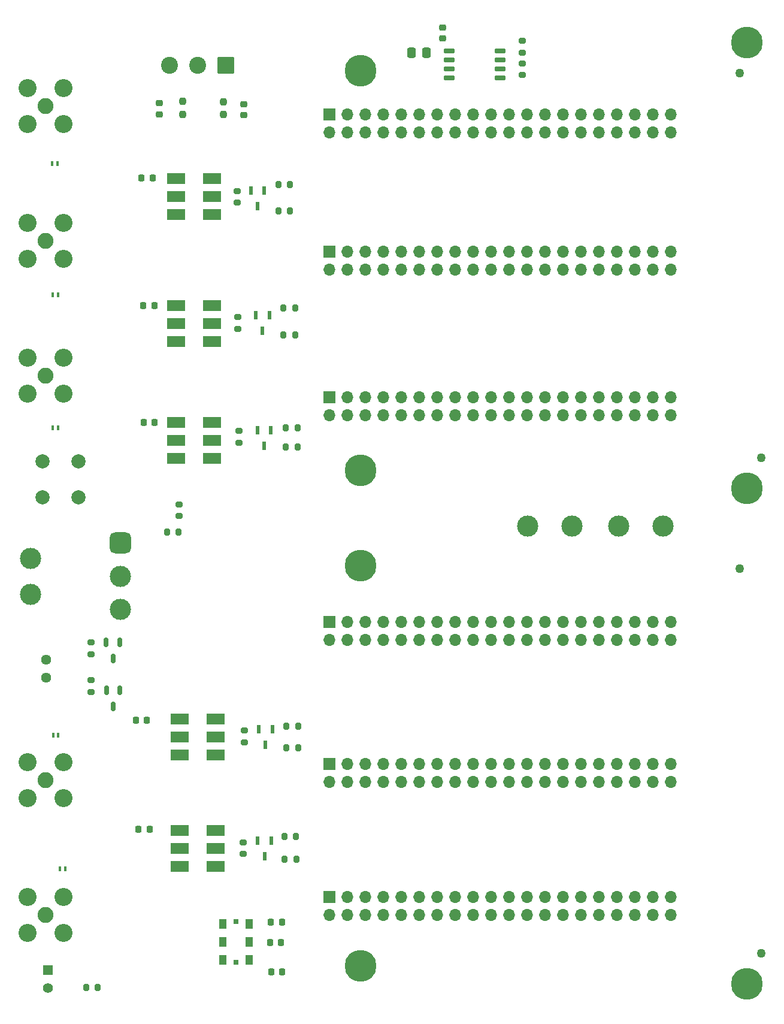
<source format=gbr>
%TF.GenerationSoftware,KiCad,Pcbnew,7.0.10-7.0.10~ubuntu22.04.1*%
%TF.CreationDate,2024-03-14T13:40:30-04:00*%
%TF.ProjectId,dioBreakOutBoard,64696f42-7265-4616-9b4f-7574426f6172,rev?*%
%TF.SameCoordinates,Original*%
%TF.FileFunction,Soldermask,Bot*%
%TF.FilePolarity,Negative*%
%FSLAX46Y46*%
G04 Gerber Fmt 4.6, Leading zero omitted, Abs format (unit mm)*
G04 Created by KiCad (PCBNEW 7.0.10-7.0.10~ubuntu22.04.1) date 2024-03-14 13:40:30*
%MOMM*%
%LPD*%
G01*
G04 APERTURE LIST*
G04 Aperture macros list*
%AMRoundRect*
0 Rectangle with rounded corners*
0 $1 Rounding radius*
0 $2 $3 $4 $5 $6 $7 $8 $9 X,Y pos of 4 corners*
0 Add a 4 corners polygon primitive as box body*
4,1,4,$2,$3,$4,$5,$6,$7,$8,$9,$2,$3,0*
0 Add four circle primitives for the rounded corners*
1,1,$1+$1,$2,$3*
1,1,$1+$1,$4,$5*
1,1,$1+$1,$6,$7*
1,1,$1+$1,$8,$9*
0 Add four rect primitives between the rounded corners*
20,1,$1+$1,$2,$3,$4,$5,0*
20,1,$1+$1,$4,$5,$6,$7,0*
20,1,$1+$1,$6,$7,$8,$9,0*
20,1,$1+$1,$8,$9,$2,$3,0*%
G04 Aperture macros list end*
%ADD10C,3.000000*%
%ADD11C,3.100000*%
%ADD12C,4.500000*%
%ADD13C,1.270000*%
%ADD14R,0.600000X1.250000*%
%ADD15RoundRect,0.200000X-0.200000X-0.275000X0.200000X-0.275000X0.200000X0.275000X-0.200000X0.275000X0*%
%ADD16R,2.540000X1.650000*%
%ADD17RoundRect,0.200000X0.275000X-0.200000X0.275000X0.200000X-0.275000X0.200000X-0.275000X-0.200000X0*%
%ADD18RoundRect,0.150000X-0.150000X0.512500X-0.150000X-0.512500X0.150000X-0.512500X0.150000X0.512500X0*%
%ADD19RoundRect,0.200000X0.200000X0.275000X-0.200000X0.275000X-0.200000X-0.275000X0.200000X-0.275000X0*%
%ADD20RoundRect,0.200000X-0.275000X0.200000X-0.275000X-0.200000X0.275000X-0.200000X0.275000X0.200000X0*%
%ADD21R,1.700000X1.700000*%
%ADD22O,1.700000X1.700000*%
%ADD23R,0.400000X0.700000*%
%ADD24RoundRect,0.225000X-0.225000X-0.250000X0.225000X-0.250000X0.225000X0.250000X-0.225000X0.250000X0*%
%ADD25R,1.000000X1.400000*%
%ADD26R,0.800001X0.800001*%
%ADD27C,2.250000*%
%ADD28C,2.550000*%
%ADD29R,1.397000X1.397000*%
%ADD30C,1.397000*%
%ADD31C,1.440000*%
%ADD32RoundRect,0.218750X-0.256250X0.218750X-0.256250X-0.218750X0.256250X-0.218750X0.256250X0.218750X0*%
%ADD33C,2.000000*%
%ADD34RoundRect,0.150000X0.650000X0.150000X-0.650000X0.150000X-0.650000X-0.150000X0.650000X-0.150000X0*%
%ADD35RoundRect,0.250001X0.949999X0.949999X-0.949999X0.949999X-0.949999X-0.949999X0.949999X-0.949999X0*%
%ADD36C,2.400000*%
%ADD37RoundRect,0.250000X-0.337500X-0.475000X0.337500X-0.475000X0.337500X0.475000X-0.337500X0.475000X0*%
%ADD38RoundRect,0.750000X-0.750000X-0.750000X0.750000X-0.750000X0.750000X0.750000X-0.750000X0.750000X0*%
%ADD39RoundRect,0.237500X-0.237500X0.250000X-0.237500X-0.250000X0.237500X-0.250000X0.237500X0.250000X0*%
%ADD40RoundRect,0.225000X-0.250000X0.225000X-0.250000X-0.225000X0.250000X-0.225000X0.250000X0.225000X0*%
%ADD41RoundRect,0.225000X0.225000X0.250000X-0.225000X0.250000X-0.225000X-0.250000X0.225000X-0.250000X0*%
G04 APERTURE END LIST*
D10*
%TO.C,TP4*%
X199400000Y-91100000D03*
%TD*%
D11*
%TO.C,H2*%
X230400000Y-22750000D03*
D12*
X230400000Y-22750000D03*
%TD*%
D11*
%TO.C,H1*%
X175800000Y-26700000D03*
D12*
X175800000Y-26700000D03*
%TD*%
D10*
%TO.C,TP2*%
X205650000Y-91050000D03*
%TD*%
D13*
%TO.C,J2*%
X232400000Y-81460000D03*
X229350000Y-27080000D03*
%TD*%
D11*
%TO.C,H5*%
X175800000Y-153250000D03*
D12*
X175800000Y-153250000D03*
%TD*%
D11*
%TO.C,H4*%
X230400000Y-85750000D03*
D12*
X230400000Y-85750000D03*
%TD*%
D10*
%TO.C,TP3*%
X218550000Y-91100000D03*
%TD*%
D11*
%TO.C,H7*%
X175800000Y-96700000D03*
D12*
X175800000Y-96700000D03*
%TD*%
D11*
%TO.C,H6*%
X230400000Y-155750000D03*
D12*
X230400000Y-155750000D03*
%TD*%
D13*
%TO.C,P1*%
X232400000Y-151450000D03*
X229350000Y-97070000D03*
%TD*%
D11*
%TO.C,H3*%
X175800000Y-83250000D03*
D12*
X175800000Y-83250000D03*
%TD*%
D10*
%TO.C,TP1*%
X212300000Y-91100000D03*
%TD*%
D14*
%TO.C,D12*%
X161249826Y-135532200D03*
X163149826Y-135532200D03*
X162199826Y-137732200D03*
%TD*%
D15*
%TO.C,R21*%
X164995026Y-134962400D03*
X166645026Y-134962400D03*
%TD*%
D16*
%TO.C,TR3*%
X149670000Y-81500000D03*
X149670000Y-78960000D03*
X149670000Y-76420000D03*
X154750000Y-76420000D03*
X154750000Y-78960000D03*
X154750000Y-81500000D03*
%TD*%
D17*
%TO.C,R24*%
X150114000Y-89662000D03*
X150114000Y-88012000D03*
%TD*%
D18*
%TO.C,Q1*%
X139850000Y-114325000D03*
X141750000Y-114325000D03*
X140800000Y-116600000D03*
%TD*%
D19*
%TO.C,R1*%
X138625000Y-156300000D03*
X136975000Y-156300000D03*
%TD*%
D16*
%TO.C,TR5*%
X149670000Y-47080000D03*
X149670000Y-44540000D03*
X149670000Y-42000000D03*
X154750000Y-42000000D03*
X154750000Y-44540000D03*
X154750000Y-47080000D03*
%TD*%
D20*
%TO.C,R9*%
X159390026Y-119977400D03*
X159390026Y-121627400D03*
%TD*%
D21*
%TO.C,J6*%
X171348400Y-143510000D03*
D22*
X171348400Y-146050000D03*
X173888400Y-143510000D03*
X173888400Y-146050000D03*
X176428400Y-143510000D03*
X176428400Y-146050000D03*
X178968400Y-143510000D03*
X178968400Y-146050000D03*
X181508400Y-143510000D03*
X181508400Y-146050000D03*
X184048400Y-143510000D03*
X184048400Y-146050000D03*
X186588400Y-143510000D03*
X186588400Y-146050000D03*
X189128400Y-143510000D03*
X189128400Y-146050000D03*
X191668400Y-143510000D03*
X191668400Y-146050000D03*
X194208400Y-143510000D03*
X194208400Y-146050000D03*
X196748400Y-143510000D03*
X196748400Y-146050000D03*
X199288400Y-143510000D03*
X199288400Y-146050000D03*
X201828400Y-143510000D03*
X201828400Y-146050000D03*
X204368400Y-143510000D03*
X204368400Y-146050000D03*
X206908400Y-143510000D03*
X206908400Y-146050000D03*
X209448400Y-143510000D03*
X209448400Y-146050000D03*
X211988400Y-143510000D03*
X211988400Y-146050000D03*
X214528400Y-143510000D03*
X214528400Y-146050000D03*
X217068400Y-143510000D03*
X217068400Y-146050000D03*
X219608400Y-143510000D03*
X219608400Y-146050000D03*
%TD*%
D17*
%TO.C,R8*%
X137685000Y-109200000D03*
X137685000Y-107550000D03*
%TD*%
D14*
%TO.C,D13*%
X160250000Y-43650000D03*
X162150000Y-43650000D03*
X161200000Y-45850000D03*
%TD*%
D23*
%TO.C,D5*%
X132300000Y-58420000D03*
X133000000Y-58420000D03*
%TD*%
D24*
%TO.C,C3*%
X144025000Y-118480000D03*
X145575000Y-118480000D03*
%TD*%
D15*
%TO.C,R18*%
X165315000Y-122390000D03*
X166965000Y-122390000D03*
%TD*%
%TO.C,R16*%
X164900000Y-64120000D03*
X166550000Y-64120000D03*
%TD*%
D14*
%TO.C,D10*%
X161410000Y-119830000D03*
X163310000Y-119830000D03*
X162360000Y-122030000D03*
%TD*%
D24*
%TO.C,C10*%
X163121402Y-147011600D03*
X164671402Y-147011600D03*
%TD*%
D25*
%TO.C,IC2*%
X156320002Y-152400000D03*
X156320002Y-149860000D03*
X156320002Y-147320000D03*
X160020000Y-147320000D03*
X160020000Y-149860000D03*
X160020000Y-152400000D03*
D26*
X158170001Y-152725001D03*
X158170001Y-146994999D03*
%TD*%
D27*
%TO.C,J12*%
X131267200Y-69850000D03*
D28*
X128727200Y-72390000D03*
X128727200Y-67310000D03*
X133807200Y-67310000D03*
X133807200Y-72390000D03*
%TD*%
D20*
%TO.C,R13*%
X158310000Y-43725000D03*
X158310000Y-45375000D03*
%TD*%
D14*
%TO.C,D9*%
X160970000Y-61320000D03*
X162870000Y-61320000D03*
X161920000Y-63520000D03*
%TD*%
D29*
%TO.C,D2*%
X131591050Y-153820000D03*
D30*
X131591050Y-156360000D03*
%TD*%
D20*
%TO.C,R10*%
X158400000Y-61580000D03*
X158400000Y-63230000D03*
%TD*%
D16*
%TO.C,TR2*%
X150220026Y-123442400D03*
X150220026Y-120902400D03*
X150220026Y-118362400D03*
X155300026Y-118362400D03*
X155300026Y-120902400D03*
X155300026Y-123442400D03*
%TD*%
D27*
%TO.C,J11*%
X131267200Y-50800000D03*
D28*
X128727200Y-53340000D03*
X128727200Y-48260000D03*
X133807200Y-48260000D03*
X133807200Y-53340000D03*
%TD*%
D24*
%TO.C,C5*%
X145084200Y-59944000D03*
X146634200Y-59944000D03*
%TD*%
D27*
%TO.C,J9*%
X131267200Y-127000000D03*
D28*
X128727200Y-129540000D03*
X128727200Y-124460000D03*
X133807200Y-124460000D03*
X133807200Y-129540000D03*
%TD*%
D31*
%TO.C,D4*%
X131340000Y-110000000D03*
X131340000Y-112540000D03*
%TD*%
D21*
%TO.C,J7*%
X171348400Y-124714000D03*
D22*
X171348400Y-127254000D03*
X173888400Y-124714000D03*
X173888400Y-127254000D03*
X176428400Y-124714000D03*
X176428400Y-127254000D03*
X178968400Y-124714000D03*
X178968400Y-127254000D03*
X181508400Y-124714000D03*
X181508400Y-127254000D03*
X184048400Y-124714000D03*
X184048400Y-127254000D03*
X186588400Y-124714000D03*
X186588400Y-127254000D03*
X189128400Y-124714000D03*
X189128400Y-127254000D03*
X191668400Y-124714000D03*
X191668400Y-127254000D03*
X194208400Y-124714000D03*
X194208400Y-127254000D03*
X196748400Y-124714000D03*
X196748400Y-127254000D03*
X199288400Y-124714000D03*
X199288400Y-127254000D03*
X201828400Y-124714000D03*
X201828400Y-127254000D03*
X204368400Y-124714000D03*
X204368400Y-127254000D03*
X206908400Y-124714000D03*
X206908400Y-127254000D03*
X209448400Y-124714000D03*
X209448400Y-127254000D03*
X211988400Y-124714000D03*
X211988400Y-127254000D03*
X214528400Y-124714000D03*
X214528400Y-127254000D03*
X217068400Y-124714000D03*
X217068400Y-127254000D03*
X219608400Y-124714000D03*
X219608400Y-127254000D03*
%TD*%
D27*
%TO.C,J13*%
X131267200Y-31750000D03*
D28*
X128727200Y-34290000D03*
X128727200Y-29210000D03*
X133807200Y-29210000D03*
X133807200Y-34290000D03*
%TD*%
D32*
%TO.C,D3*%
X159250000Y-31450000D03*
X159250000Y-33025000D03*
%TD*%
D24*
%TO.C,C6*%
X145095000Y-76420000D03*
X146645000Y-76420000D03*
%TD*%
D21*
%TO.C,J4*%
X171348400Y-52344400D03*
D22*
X171348400Y-54884400D03*
X173888400Y-52344400D03*
X173888400Y-54884400D03*
X176428400Y-52344400D03*
X176428400Y-54884400D03*
X178968400Y-52344400D03*
X178968400Y-54884400D03*
X181508400Y-52344400D03*
X181508400Y-54884400D03*
X184048400Y-52344400D03*
X184048400Y-54884400D03*
X186588400Y-52344400D03*
X186588400Y-54884400D03*
X189128400Y-52344400D03*
X189128400Y-54884400D03*
X191668400Y-52344400D03*
X191668400Y-54884400D03*
X194208400Y-52344400D03*
X194208400Y-54884400D03*
X196748400Y-52344400D03*
X196748400Y-54884400D03*
X199288400Y-52344400D03*
X199288400Y-54884400D03*
X201828400Y-52344400D03*
X201828400Y-54884400D03*
X204368400Y-52344400D03*
X204368400Y-54884400D03*
X206908400Y-52344400D03*
X206908400Y-54884400D03*
X209448400Y-52344400D03*
X209448400Y-54884400D03*
X211988400Y-52344400D03*
X211988400Y-54884400D03*
X214528400Y-52344400D03*
X214528400Y-54884400D03*
X217068400Y-52344400D03*
X217068400Y-54884400D03*
X219608400Y-52344400D03*
X219608400Y-54884400D03*
%TD*%
D15*
%TO.C,R14*%
X165045026Y-138142400D03*
X166695026Y-138142400D03*
%TD*%
%TO.C,R23*%
X164150000Y-46570000D03*
X165800000Y-46570000D03*
%TD*%
D21*
%TO.C,J3*%
X171348400Y-72847200D03*
D22*
X171348400Y-75387200D03*
X173888400Y-72847200D03*
X173888400Y-75387200D03*
X176428400Y-72847200D03*
X176428400Y-75387200D03*
X178968400Y-72847200D03*
X178968400Y-75387200D03*
X181508400Y-72847200D03*
X181508400Y-75387200D03*
X184048400Y-72847200D03*
X184048400Y-75387200D03*
X186588400Y-72847200D03*
X186588400Y-75387200D03*
X189128400Y-72847200D03*
X189128400Y-75387200D03*
X191668400Y-72847200D03*
X191668400Y-75387200D03*
X194208400Y-72847200D03*
X194208400Y-75387200D03*
X196748400Y-72847200D03*
X196748400Y-75387200D03*
X199288400Y-72847200D03*
X199288400Y-75387200D03*
X201828400Y-72847200D03*
X201828400Y-75387200D03*
X204368400Y-72847200D03*
X204368400Y-75387200D03*
X206908400Y-72847200D03*
X206908400Y-75387200D03*
X209448400Y-72847200D03*
X209448400Y-75387200D03*
X211988400Y-72847200D03*
X211988400Y-75387200D03*
X214528400Y-72847200D03*
X214528400Y-75387200D03*
X217068400Y-72847200D03*
X217068400Y-75387200D03*
X219608400Y-72847200D03*
X219608400Y-75387200D03*
%TD*%
D24*
%TO.C,C4*%
X144395000Y-133960000D03*
X145945000Y-133960000D03*
%TD*%
D21*
%TO.C,J5*%
X171348400Y-32943800D03*
D22*
X171348400Y-35483800D03*
X173888400Y-32943800D03*
X173888400Y-35483800D03*
X176428400Y-32943800D03*
X176428400Y-35483800D03*
X178968400Y-32943800D03*
X178968400Y-35483800D03*
X181508400Y-32943800D03*
X181508400Y-35483800D03*
X184048400Y-32943800D03*
X184048400Y-35483800D03*
X186588400Y-32943800D03*
X186588400Y-35483800D03*
X189128400Y-32943800D03*
X189128400Y-35483800D03*
X191668400Y-32943800D03*
X191668400Y-35483800D03*
X194208400Y-32943800D03*
X194208400Y-35483800D03*
X196748400Y-32943800D03*
X196748400Y-35483800D03*
X199288400Y-32943800D03*
X199288400Y-35483800D03*
X201828400Y-32943800D03*
X201828400Y-35483800D03*
X204368400Y-32943800D03*
X204368400Y-35483800D03*
X206908400Y-32943800D03*
X206908400Y-35483800D03*
X209448400Y-32943800D03*
X209448400Y-35483800D03*
X211988400Y-32943800D03*
X211988400Y-35483800D03*
X214528400Y-32943800D03*
X214528400Y-35483800D03*
X217068400Y-32943800D03*
X217068400Y-35483800D03*
X219608400Y-32943800D03*
X219608400Y-35483800D03*
%TD*%
D20*
%TO.C,R4*%
X198600000Y-25700000D03*
X198600000Y-27350000D03*
%TD*%
%TO.C,R12*%
X159228026Y-135777400D03*
X159228026Y-137427400D03*
%TD*%
D24*
%TO.C,C7*%
X144830200Y-41910000D03*
X146380200Y-41910000D03*
%TD*%
D16*
%TO.C,TR1*%
X149710000Y-65040000D03*
X149710000Y-62500000D03*
X149710000Y-59960000D03*
X154790000Y-59960000D03*
X154790000Y-62500000D03*
X154790000Y-65040000D03*
%TD*%
D15*
%TO.C,R19*%
X165215000Y-77240000D03*
X166865000Y-77240000D03*
%TD*%
D21*
%TO.C,J8*%
X171348400Y-104648000D03*
D22*
X171348400Y-107188000D03*
X173888400Y-104648000D03*
X173888400Y-107188000D03*
X176428400Y-104648000D03*
X176428400Y-107188000D03*
X178968400Y-104648000D03*
X178968400Y-107188000D03*
X181508400Y-104648000D03*
X181508400Y-107188000D03*
X184048400Y-104648000D03*
X184048400Y-107188000D03*
X186588400Y-104648000D03*
X186588400Y-107188000D03*
X189128400Y-104648000D03*
X189128400Y-107188000D03*
X191668400Y-104648000D03*
X191668400Y-107188000D03*
X194208400Y-104648000D03*
X194208400Y-107188000D03*
X196748400Y-104648000D03*
X196748400Y-107188000D03*
X199288400Y-104648000D03*
X199288400Y-107188000D03*
X201828400Y-104648000D03*
X201828400Y-107188000D03*
X204368400Y-104648000D03*
X204368400Y-107188000D03*
X206908400Y-104648000D03*
X206908400Y-107188000D03*
X209448400Y-104648000D03*
X209448400Y-107188000D03*
X211988400Y-104648000D03*
X211988400Y-107188000D03*
X214528400Y-104648000D03*
X214528400Y-107188000D03*
X217068400Y-104648000D03*
X217068400Y-107188000D03*
X219608400Y-104648000D03*
X219608400Y-107188000D03*
%TD*%
D20*
%TO.C,R7*%
X137685000Y-112850000D03*
X137685000Y-114500000D03*
%TD*%
D16*
%TO.C,TR4*%
X150220000Y-139180000D03*
X150220000Y-136640000D03*
X150220000Y-134100000D03*
X155300000Y-134100000D03*
X155300000Y-136640000D03*
X155300000Y-139180000D03*
%TD*%
D32*
%TO.C,D1*%
X147310000Y-31312500D03*
X147310000Y-32887500D03*
%TD*%
D17*
%TO.C,R5*%
X198640000Y-24170000D03*
X198640000Y-22520000D03*
%TD*%
D33*
%TO.C,SW2*%
X135890000Y-81920000D03*
X130810000Y-81920000D03*
X135890000Y-87000000D03*
X130810000Y-87000000D03*
%TD*%
D34*
%TO.C,IC1*%
X195540000Y-23965000D03*
X195540000Y-25235000D03*
X195540000Y-26505000D03*
X195540000Y-27775000D03*
X188340000Y-27775000D03*
X188340000Y-26505000D03*
X188340000Y-25235000D03*
X188340000Y-23965000D03*
%TD*%
D23*
%TO.C,D14*%
X132200000Y-39900000D03*
X132900000Y-39900000D03*
%TD*%
D35*
%TO.C,J1*%
X156700000Y-25940000D03*
D36*
X152740000Y-25940000D03*
X148780000Y-25940000D03*
%TD*%
D23*
%TO.C,D6*%
X132350000Y-120600000D03*
X133050000Y-120600000D03*
%TD*%
%TO.C,D8*%
X133300000Y-139500000D03*
X134000000Y-139500000D03*
%TD*%
D20*
%TO.C,R11*%
X158629200Y-77654600D03*
X158629200Y-79304600D03*
%TD*%
D24*
%TO.C,C9*%
X162990002Y-149930000D03*
X164540002Y-149930000D03*
%TD*%
D37*
%TO.C,C2*%
X182980000Y-24190000D03*
X185055000Y-24190000D03*
%TD*%
D27*
%TO.C,J10*%
X131267200Y-146050000D03*
D28*
X128727200Y-148590000D03*
X128727200Y-143510000D03*
X133807200Y-143510000D03*
X133807200Y-148590000D03*
%TD*%
D10*
%TO.C,SW1*%
X129150000Y-100704000D03*
X129150000Y-95624000D03*
D38*
X141850000Y-93465000D03*
D10*
X141850000Y-98164000D03*
X141850000Y-102863000D03*
%TD*%
D23*
%TO.C,D7*%
X132300000Y-77175000D03*
X133000000Y-77175000D03*
%TD*%
D18*
%TO.C,Q2*%
X139830000Y-107525000D03*
X141730000Y-107525000D03*
X140780000Y-109800000D03*
%TD*%
D19*
%TO.C,R6*%
X150080000Y-91950000D03*
X148430000Y-91950000D03*
%TD*%
D14*
%TO.C,D11*%
X161180000Y-77520000D03*
X163080000Y-77520000D03*
X162130000Y-79720000D03*
%TD*%
D39*
%TO.C,R2*%
X156400000Y-31105000D03*
X156400000Y-32930000D03*
%TD*%
D15*
%TO.C,R20*%
X165210000Y-79900000D03*
X166860000Y-79900000D03*
%TD*%
D40*
%TO.C,C1*%
X187400000Y-20615000D03*
X187400000Y-22165000D03*
%TD*%
D15*
%TO.C,R17*%
X165295000Y-119380000D03*
X166945000Y-119380000D03*
%TD*%
%TO.C,R15*%
X164862500Y-60260000D03*
X166512500Y-60260000D03*
%TD*%
%TO.C,R22*%
X164140000Y-42790000D03*
X165790000Y-42790000D03*
%TD*%
D39*
%TO.C,R3*%
X150640000Y-31077500D03*
X150640000Y-32902500D03*
%TD*%
D41*
%TO.C,C8*%
X164705000Y-154110000D03*
X163155000Y-154110000D03*
%TD*%
M02*

</source>
